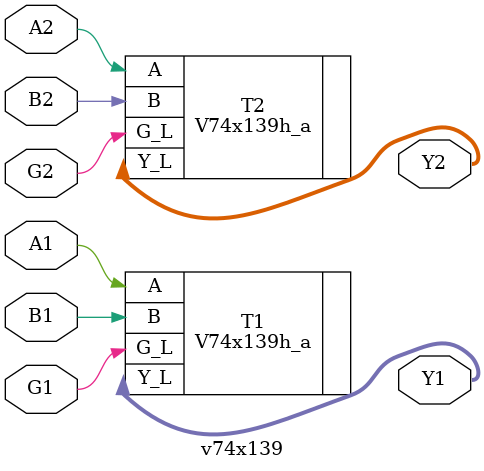
<source format=v>
`timescale 1ns / 1ps
`include "V74x139h_a.v"
`include "V74x139h_b.v"

module v74x139(
    input G1,
    input G2,
    input A1,
    input A2,
    input B1,
    input B2,
    output [3:0] Y1,
    output [3:0] Y2
    );
	
	V74x139h_a T1(.G_L(G1), .A(A1), .B(B1), .Y_L(Y1));
	V74x139h_a T2(.G_L(G2), .A(A2), .B(B2), .Y_L(Y2));

endmodule

</source>
